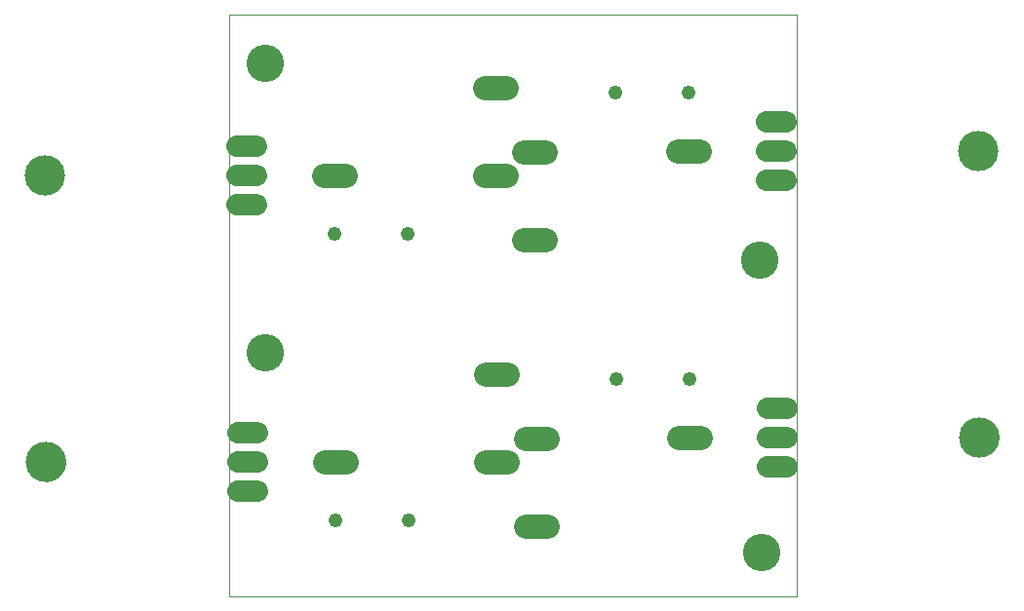
<source format=gbs>
G75*
G70*
%OFA0B0*%
%FSLAX24Y24*%
%IPPOS*%
%LPD*%
%AMOC8*
5,1,8,0,0,1.08239X$1,22.5*
%
%ADD10C,0.0000*%
%ADD11C,0.0740*%
%ADD12C,0.1380*%
%ADD13C,0.0820*%
%ADD14C,0.1280*%
%ADD15C,0.0480*%
D10*
X007790Y001718D02*
X027190Y001718D01*
X027190Y021618D01*
X007790Y021618D01*
X007790Y001718D01*
X000890Y006318D02*
X000892Y006368D01*
X000898Y006418D01*
X000908Y006468D01*
X000921Y006516D01*
X000938Y006564D01*
X000959Y006610D01*
X000983Y006654D01*
X001011Y006696D01*
X001042Y006736D01*
X001076Y006773D01*
X001113Y006808D01*
X001152Y006839D01*
X001193Y006868D01*
X001237Y006893D01*
X001283Y006915D01*
X001330Y006933D01*
X001378Y006947D01*
X001427Y006958D01*
X001477Y006965D01*
X001527Y006968D01*
X001578Y006967D01*
X001628Y006962D01*
X001678Y006953D01*
X001726Y006941D01*
X001774Y006924D01*
X001820Y006904D01*
X001865Y006881D01*
X001908Y006854D01*
X001948Y006824D01*
X001986Y006791D01*
X002021Y006755D01*
X002054Y006716D01*
X002083Y006675D01*
X002109Y006632D01*
X002132Y006587D01*
X002151Y006540D01*
X002166Y006492D01*
X002178Y006443D01*
X002186Y006393D01*
X002190Y006343D01*
X002190Y006293D01*
X002186Y006243D01*
X002178Y006193D01*
X002166Y006144D01*
X002151Y006096D01*
X002132Y006049D01*
X002109Y006004D01*
X002083Y005961D01*
X002054Y005920D01*
X002021Y005881D01*
X001986Y005845D01*
X001948Y005812D01*
X001908Y005782D01*
X001865Y005755D01*
X001820Y005732D01*
X001774Y005712D01*
X001726Y005695D01*
X001678Y005683D01*
X001628Y005674D01*
X001578Y005669D01*
X001527Y005668D01*
X001477Y005671D01*
X001427Y005678D01*
X001378Y005689D01*
X001330Y005703D01*
X001283Y005721D01*
X001237Y005743D01*
X001193Y005768D01*
X001152Y005797D01*
X001113Y005828D01*
X001076Y005863D01*
X001042Y005900D01*
X001011Y005940D01*
X000983Y005982D01*
X000959Y006026D01*
X000938Y006072D01*
X000921Y006120D01*
X000908Y006168D01*
X000898Y006218D01*
X000892Y006268D01*
X000890Y006318D01*
X000840Y016118D02*
X000842Y016168D01*
X000848Y016218D01*
X000858Y016268D01*
X000871Y016316D01*
X000888Y016364D01*
X000909Y016410D01*
X000933Y016454D01*
X000961Y016496D01*
X000992Y016536D01*
X001026Y016573D01*
X001063Y016608D01*
X001102Y016639D01*
X001143Y016668D01*
X001187Y016693D01*
X001233Y016715D01*
X001280Y016733D01*
X001328Y016747D01*
X001377Y016758D01*
X001427Y016765D01*
X001477Y016768D01*
X001528Y016767D01*
X001578Y016762D01*
X001628Y016753D01*
X001676Y016741D01*
X001724Y016724D01*
X001770Y016704D01*
X001815Y016681D01*
X001858Y016654D01*
X001898Y016624D01*
X001936Y016591D01*
X001971Y016555D01*
X002004Y016516D01*
X002033Y016475D01*
X002059Y016432D01*
X002082Y016387D01*
X002101Y016340D01*
X002116Y016292D01*
X002128Y016243D01*
X002136Y016193D01*
X002140Y016143D01*
X002140Y016093D01*
X002136Y016043D01*
X002128Y015993D01*
X002116Y015944D01*
X002101Y015896D01*
X002082Y015849D01*
X002059Y015804D01*
X002033Y015761D01*
X002004Y015720D01*
X001971Y015681D01*
X001936Y015645D01*
X001898Y015612D01*
X001858Y015582D01*
X001815Y015555D01*
X001770Y015532D01*
X001724Y015512D01*
X001676Y015495D01*
X001628Y015483D01*
X001578Y015474D01*
X001528Y015469D01*
X001477Y015468D01*
X001427Y015471D01*
X001377Y015478D01*
X001328Y015489D01*
X001280Y015503D01*
X001233Y015521D01*
X001187Y015543D01*
X001143Y015568D01*
X001102Y015597D01*
X001063Y015628D01*
X001026Y015663D01*
X000992Y015700D01*
X000961Y015740D01*
X000933Y015782D01*
X000909Y015826D01*
X000888Y015872D01*
X000871Y015920D01*
X000858Y015968D01*
X000848Y016018D01*
X000842Y016068D01*
X000840Y016118D01*
X032740Y016968D02*
X032742Y017018D01*
X032748Y017068D01*
X032758Y017118D01*
X032771Y017166D01*
X032788Y017214D01*
X032809Y017260D01*
X032833Y017304D01*
X032861Y017346D01*
X032892Y017386D01*
X032926Y017423D01*
X032963Y017458D01*
X033002Y017489D01*
X033043Y017518D01*
X033087Y017543D01*
X033133Y017565D01*
X033180Y017583D01*
X033228Y017597D01*
X033277Y017608D01*
X033327Y017615D01*
X033377Y017618D01*
X033428Y017617D01*
X033478Y017612D01*
X033528Y017603D01*
X033576Y017591D01*
X033624Y017574D01*
X033670Y017554D01*
X033715Y017531D01*
X033758Y017504D01*
X033798Y017474D01*
X033836Y017441D01*
X033871Y017405D01*
X033904Y017366D01*
X033933Y017325D01*
X033959Y017282D01*
X033982Y017237D01*
X034001Y017190D01*
X034016Y017142D01*
X034028Y017093D01*
X034036Y017043D01*
X034040Y016993D01*
X034040Y016943D01*
X034036Y016893D01*
X034028Y016843D01*
X034016Y016794D01*
X034001Y016746D01*
X033982Y016699D01*
X033959Y016654D01*
X033933Y016611D01*
X033904Y016570D01*
X033871Y016531D01*
X033836Y016495D01*
X033798Y016462D01*
X033758Y016432D01*
X033715Y016405D01*
X033670Y016382D01*
X033624Y016362D01*
X033576Y016345D01*
X033528Y016333D01*
X033478Y016324D01*
X033428Y016319D01*
X033377Y016318D01*
X033327Y016321D01*
X033277Y016328D01*
X033228Y016339D01*
X033180Y016353D01*
X033133Y016371D01*
X033087Y016393D01*
X033043Y016418D01*
X033002Y016447D01*
X032963Y016478D01*
X032926Y016513D01*
X032892Y016550D01*
X032861Y016590D01*
X032833Y016632D01*
X032809Y016676D01*
X032788Y016722D01*
X032771Y016770D01*
X032758Y016818D01*
X032748Y016868D01*
X032742Y016918D01*
X032740Y016968D01*
X032790Y007168D02*
X032792Y007218D01*
X032798Y007268D01*
X032808Y007318D01*
X032821Y007366D01*
X032838Y007414D01*
X032859Y007460D01*
X032883Y007504D01*
X032911Y007546D01*
X032942Y007586D01*
X032976Y007623D01*
X033013Y007658D01*
X033052Y007689D01*
X033093Y007718D01*
X033137Y007743D01*
X033183Y007765D01*
X033230Y007783D01*
X033278Y007797D01*
X033327Y007808D01*
X033377Y007815D01*
X033427Y007818D01*
X033478Y007817D01*
X033528Y007812D01*
X033578Y007803D01*
X033626Y007791D01*
X033674Y007774D01*
X033720Y007754D01*
X033765Y007731D01*
X033808Y007704D01*
X033848Y007674D01*
X033886Y007641D01*
X033921Y007605D01*
X033954Y007566D01*
X033983Y007525D01*
X034009Y007482D01*
X034032Y007437D01*
X034051Y007390D01*
X034066Y007342D01*
X034078Y007293D01*
X034086Y007243D01*
X034090Y007193D01*
X034090Y007143D01*
X034086Y007093D01*
X034078Y007043D01*
X034066Y006994D01*
X034051Y006946D01*
X034032Y006899D01*
X034009Y006854D01*
X033983Y006811D01*
X033954Y006770D01*
X033921Y006731D01*
X033886Y006695D01*
X033848Y006662D01*
X033808Y006632D01*
X033765Y006605D01*
X033720Y006582D01*
X033674Y006562D01*
X033626Y006545D01*
X033578Y006533D01*
X033528Y006524D01*
X033478Y006519D01*
X033427Y006518D01*
X033377Y006521D01*
X033327Y006528D01*
X033278Y006539D01*
X033230Y006553D01*
X033183Y006571D01*
X033137Y006593D01*
X033093Y006618D01*
X033052Y006647D01*
X033013Y006678D01*
X032976Y006713D01*
X032942Y006750D01*
X032911Y006790D01*
X032883Y006832D01*
X032859Y006876D01*
X032838Y006922D01*
X032821Y006970D01*
X032808Y007018D01*
X032798Y007068D01*
X032792Y007118D01*
X032790Y007168D01*
D11*
X026870Y007168D02*
X026210Y007168D01*
X026210Y006168D02*
X026870Y006168D01*
X026870Y008168D02*
X026210Y008168D01*
X026160Y015968D02*
X026820Y015968D01*
X026820Y016968D02*
X026160Y016968D01*
X026160Y017968D02*
X026820Y017968D01*
X008770Y007318D02*
X008110Y007318D01*
X008110Y006318D02*
X008770Y006318D01*
X008770Y005318D02*
X008110Y005318D01*
X008060Y015118D02*
X008720Y015118D01*
X008720Y016118D02*
X008060Y016118D01*
X008060Y017118D02*
X008720Y017118D01*
D12*
X001490Y016118D03*
X001540Y006318D03*
X033440Y007168D03*
X033390Y016968D03*
D13*
X023860Y016968D02*
X023120Y016968D01*
X018610Y016918D02*
X017870Y016918D01*
X017260Y016118D02*
X016520Y016118D01*
X017870Y013918D02*
X018610Y013918D01*
X017310Y009318D02*
X016570Y009318D01*
X017920Y007118D02*
X018660Y007118D01*
X017310Y006318D02*
X016570Y006318D01*
X017920Y004118D02*
X018660Y004118D01*
X023170Y007168D02*
X023910Y007168D01*
X011810Y006318D02*
X011070Y006318D01*
X011020Y016118D02*
X011760Y016118D01*
X016520Y019118D02*
X017260Y019118D01*
D14*
X009040Y019968D03*
X009040Y010068D03*
X025940Y013218D03*
X025990Y003218D03*
D15*
X023540Y009168D03*
X021040Y009168D03*
X013940Y004318D03*
X011440Y004318D03*
X011390Y014118D03*
X013890Y014118D03*
X020990Y018968D03*
X023490Y018968D03*
M02*

</source>
